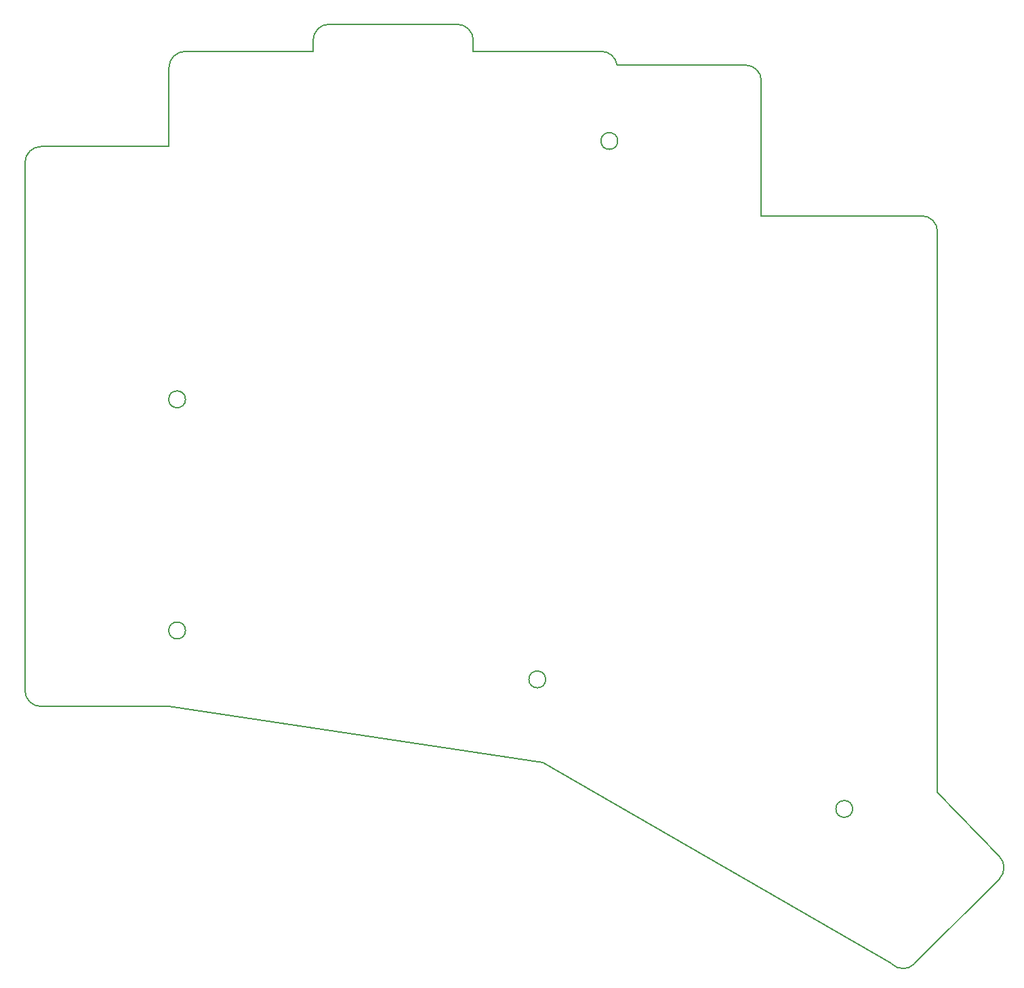
<source format=gbr>
G04 #@! TF.GenerationSoftware,KiCad,Pcbnew,5.1.5+dfsg1-2build2*
G04 #@! TF.CreationDate,2024-05-28T11:23:47+00:00*
G04 #@! TF.ProjectId,bottom_plate,626f7474-6f6d-45f7-906c-6174652e6b69,0.3*
G04 #@! TF.SameCoordinates,Original*
G04 #@! TF.FileFunction,Profile,NP*
%FSLAX46Y46*%
G04 Gerber Fmt 4.6, Leading zero omitted, Abs format (unit mm)*
G04 Created by KiCad (PCBNEW 5.1.5+dfsg1-2build2) date 2024-05-28 11:23:47*
%MOMM*%
%LPD*%
G04 APERTURE LIST*
G04 #@! TA.AperFunction,Profile*
%ADD10C,0.150000*%
G04 #@! TD*
G04 APERTURE END LIST*
D10*
X-8000000Y-9500000D02*
X8000000Y-9500000D01*
X-10000000Y-7500000D02*
X-10000000Y58500000D01*
X-8000000Y-9500000D02*
G75*
G02X-10000000Y-7500000I0J2000000D01*
G01*
X8000000Y60500000D02*
X-8000000Y60500000D01*
X-10000000Y58500000D02*
G75*
G02X-8000000Y60500000I2000000J0D01*
G01*
X26000000Y72400000D02*
X10000000Y72400000D01*
X8000000Y70400000D02*
G75*
G02X10000000Y72400000I2000000J0D01*
G01*
X8000000Y70400000D02*
X8000000Y60500000D01*
X46000000Y72400000D02*
X46000000Y73800000D01*
X44000000Y75800000D02*
G75*
G02X46000000Y73800000I0J-2000000D01*
G01*
X44000000Y75800000D02*
X28000000Y75800000D01*
X26000000Y73800000D02*
G75*
G02X28000000Y75800000I2000000J0D01*
G01*
X26000000Y73800000D02*
X26000000Y72400000D01*
X62000000Y72400000D02*
G75*
G02X63977391Y70699872I0J-2000000D01*
G01*
X62000000Y72400000D02*
X46000000Y72400000D01*
X82000000Y51850000D02*
X82000000Y68700000D01*
X80000000Y70700000D02*
G75*
G02X82000000Y68700000I0J-2000000D01*
G01*
X80000000Y70700000D02*
X64000000Y70700000D01*
X63977391Y70699872D02*
G75*
G02X64000000Y70700000I22609J-1999872D01*
G01*
X101117258Y-41686664D02*
G75*
G02X98288831Y-41686665I-1414214J1414213D01*
G01*
X101117258Y-41686665D02*
X111723860Y-31080063D01*
X111723859Y-28251637D02*
G75*
G02X111723859Y-31080063I-1414213J-1414213D01*
G01*
X104000000Y-20208734D02*
X111723860Y-28251636D01*
X98288831Y-41686665D02*
X54707107Y-16524745D01*
X54707107Y-16524745D02*
X8000000Y-9500000D01*
X104000000Y-20208734D02*
X104000000Y49850000D01*
X102000000Y51850000D02*
G75*
G02X104000000Y49850000I0J-2000000D01*
G01*
X102000000Y51850000D02*
X82000000Y51850000D01*
X10050000Y28900000D02*
G75*
G03X10050000Y28900000I-1050000J0D01*
G01*
X10050000Y0D02*
G75*
G03X10050000Y0I-1050000J0D01*
G01*
X64050000Y61200000D02*
G75*
G03X64050000Y61200000I-1050000J0D01*
G01*
X55050000Y-6120000D02*
G75*
G03X55050000Y-6120000I-1050000J0D01*
G01*
X93399134Y-22311939D02*
G75*
G03X93399134Y-22311939I-1050000J0D01*
G01*
M02*

</source>
